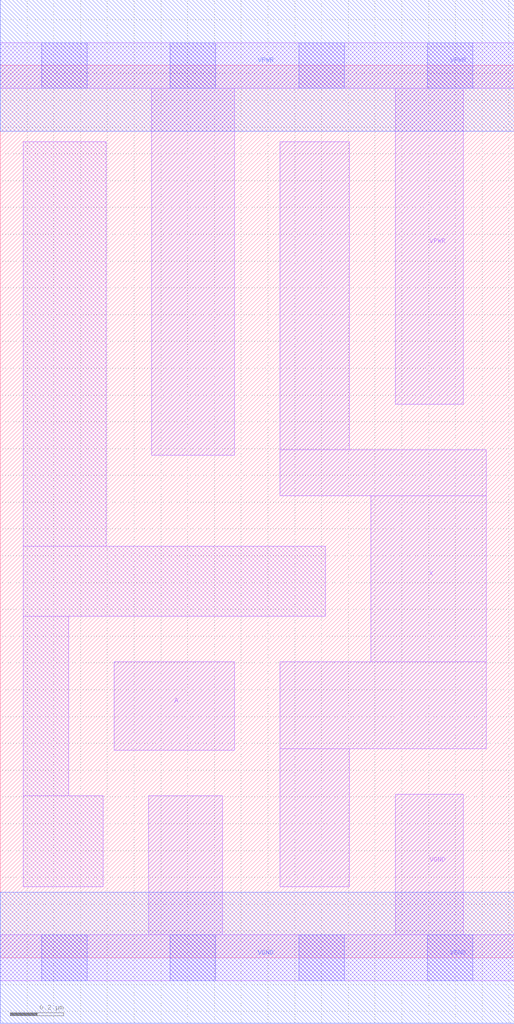
<source format=lef>
# Copyright 2020 The SkyWater PDK Authors
#
# Licensed under the Apache License, Version 2.0 (the "License");
# you may not use this file except in compliance with the License.
# You may obtain a copy of the License at
#
#     https://www.apache.org/licenses/LICENSE-2.0
#
# Unless required by applicable law or agreed to in writing, software
# distributed under the License is distributed on an "AS IS" BASIS,
# WITHOUT WARRANTIES OR CONDITIONS OF ANY KIND, either express or implied.
# See the License for the specific language governing permissions and
# limitations under the License.
#
# SPDX-License-Identifier: Apache-2.0

VERSION 5.7 ;
  NAMESCASESENSITIVE ON ;
  NOWIREEXTENSIONATPIN ON ;
  DIVIDERCHAR "/" ;
  BUSBITCHARS "[]" ;
UNITS
  DATABASE MICRONS 200 ;
END UNITS
MACRO sky130_fd_sc_lp__clkbuf_2
  CLASS CORE ;
  SOURCE USER ;
  FOREIGN sky130_fd_sc_lp__clkbuf_2 ;
  ORIGIN  0.000000  0.000000 ;
  SIZE  1.920000 BY  3.330000 ;
  SYMMETRY X Y R90 ;
  SITE unit ;
  PIN A
    ANTENNAGATEAREA  0.252000 ;
    DIRECTION INPUT ;
    USE SIGNAL ;
    PORT
      LAYER li1 ;
        RECT 0.425000 0.775000 0.875000 1.105000 ;
    END
  END A
  PIN X
    ANTENNADIFFAREA  0.470400 ;
    DIRECTION OUTPUT ;
    USE SIGNAL ;
    PORT
      LAYER li1 ;
        RECT 1.045000 0.265000 1.305000 0.780000 ;
        RECT 1.045000 0.780000 1.815000 1.105000 ;
        RECT 1.045000 1.725000 1.815000 1.895000 ;
        RECT 1.045000 1.895000 1.305000 3.045000 ;
        RECT 1.385000 1.105000 1.815000 1.725000 ;
    END
  END X
  PIN VGND
    DIRECTION INOUT ;
    USE GROUND ;
    PORT
      LAYER li1 ;
        RECT 0.000000 -0.085000 1.920000 0.085000 ;
        RECT 0.555000  0.085000 0.830000 0.605000 ;
        RECT 1.475000  0.085000 1.730000 0.610000 ;
      LAYER mcon ;
        RECT 0.155000 -0.085000 0.325000 0.085000 ;
        RECT 0.635000 -0.085000 0.805000 0.085000 ;
        RECT 1.115000 -0.085000 1.285000 0.085000 ;
        RECT 1.595000 -0.085000 1.765000 0.085000 ;
      LAYER met1 ;
        RECT 0.000000 -0.245000 1.920000 0.245000 ;
    END
  END VGND
  PIN VPWR
    DIRECTION INOUT ;
    USE POWER ;
    PORT
      LAYER li1 ;
        RECT 0.000000 3.245000 1.920000 3.415000 ;
        RECT 0.565000 1.875000 0.875000 3.245000 ;
        RECT 1.475000 2.065000 1.730000 3.245000 ;
      LAYER mcon ;
        RECT 0.155000 3.245000 0.325000 3.415000 ;
        RECT 0.635000 3.245000 0.805000 3.415000 ;
        RECT 1.115000 3.245000 1.285000 3.415000 ;
        RECT 1.595000 3.245000 1.765000 3.415000 ;
      LAYER met1 ;
        RECT 0.000000 3.085000 1.920000 3.575000 ;
    END
  END VPWR
  OBS
    LAYER li1 ;
      RECT 0.085000 0.265000 0.385000 0.605000 ;
      RECT 0.085000 0.605000 0.255000 1.275000 ;
      RECT 0.085000 1.275000 1.215000 1.535000 ;
      RECT 0.085000 1.535000 0.395000 3.045000 ;
  END
END sky130_fd_sc_lp__clkbuf_2

</source>
